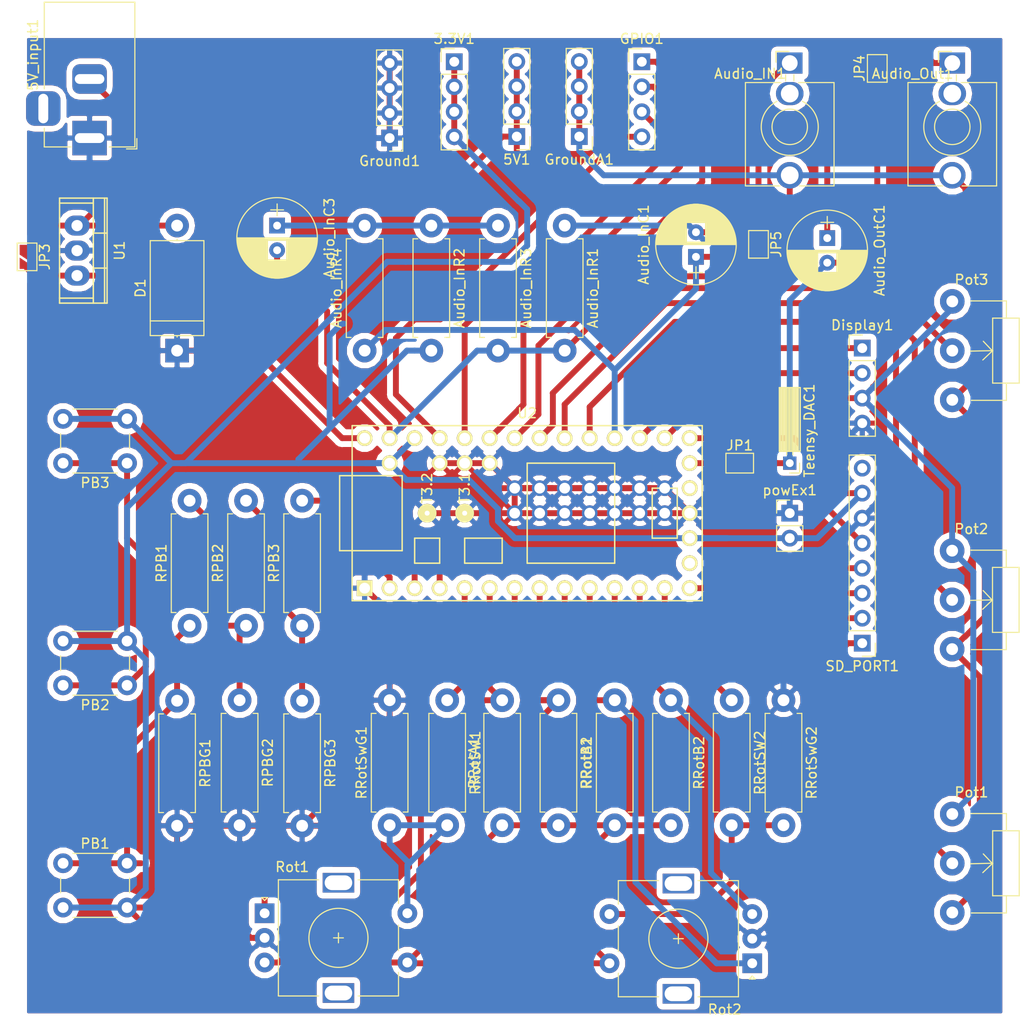
<source format=kicad_pcb>
(kicad_pcb (version 20171130) (host pcbnew "(5.0.1-3-g963ef8bb5)")
  (layers (0 F.Cu signal) (31 B.Cu signal hide) (34 B.Paste user) (35 F.Paste user) (36 B.SilkS user) (37 F.SilkS user hide) (38 B.Mask user) (39 F.Mask user) (44 Edge.Cuts user))
  (net 0 "")
  (net 1 +3V3)
  (net 2 +5V)
  (net 3 GND)
  (net 4 "Net-(5V_input1-Pad2)")
  (net 5 GNDA)
  (net 6 "Net-(Audio_IN1-PadS)")
  (net 7 AUDIO_IN)
  (net 8 "Net-(Audio_InC3-Pad1)")
  (net 9 DIO_DISP)
  (net 10 CLK_DISP)
  (net 11 GPIO4)
  (net 12 GPIO3)
  (net 13 GPIO2)
  (net 14 GPIO1)
  (net 15 "Net-(PB1-Pad1)")
  (net 16 "Net-(PB2-Pad1)")
  (net 17 "Net-(PB3-Pad1)")
  (net 18 Pot1)
  (net 19 Pot2)
  (net 20 Pot3)
  (net 21 "Net-(RRotSW1-Pad2)")
  (net 22 Rot_DT)
  (net 23 Rot_CLK)
  (net 24 Rot_CLK2)
  (net 25 Rot_DT2)
  (net 26 "Net-(RRotSW2-Pad2)")
  (net 27 PB_1)
  (net 28 PB_2)
  (net 29 PB_3)
  (net 30 Rot_SW)
  (net 31 Rot_SW2)
  (net 32 CSK)
  (net 33 DO)
  (net 34 DI)
  (net 35 CS)
  (net 36 SD)
  (net 37 "Net-(Audio_Out1-PadS)")
  (net 38 "Net-(Audio_OutC1-Pad2)")
  (net 39 "Net-(SD_PORT1-Pad8)")
  (net 40 DAC)
  (net 41 "Net-(U2-Pad18)")
  (net 42 "Net-(U2-Pad15)")
  (module Resistors_THT:R_Axial_DIN0411_L9.9mm_D3.6mm_P12.70mm_Horizontal (layer F.Cu) (at 33.02 95.25 270)
    (fp_text reference RPBG1 (at 6.35 -2.86 270) (layer F.SilkS))
    (fp_text value 10k)
    (pad 1 thru_hole circle (at 0 0 270) (size 2.4 2.4) (drill 1.2) (layers *.Cu *.Mask) (net 15 "Net-(PB1-Pad1)"))
    (pad 2 thru_hole oval (at 12.7 0 270) (size 2.4 2.4) (drill 1.2) (layers *.Cu *.Mask) (net 3 GND))
  )
  (module Rotary_Encoder:RotaryEncoder_Alps_EC11E-Switch_Vertical_H20mm (layer F.Cu) (at 91.44 121.92 180)
    (fp_text reference Rot2 (at 2.8 -4.7 180) (layer F.SilkS))
    (fp_text value Rotary)
    (pad A thru_hole rect (at 0 0 180) (size 2 2) (drill 1) (layers *.Cu *.Mask) (net 24 Rot_CLK2))
    (pad C thru_hole circle (at 0 2.5 180) (size 2 2) (drill 1) (layers *.Cu *.Mask) (net 3 GND))
    (pad B thru_hole circle (at 0 5 180) (size 2 2) (drill 1) (layers *.Cu *.Mask) (net 25 Rot_DT2))
    (pad MP thru_hole rect (at 7.5 -3.1 180) (size 3.2 2) (drill oval 2.8 1.5) (layers *.Cu *.Mask))
    (pad MP thru_hole rect (at 7.5 8.1 180) (size 3.2 2) (drill oval 2.8 1.5) (layers *.Cu *.Mask))
    (pad S2 thru_hole circle (at 14.5 0 180) (size 2 2) (drill 1) (layers *.Cu *.Mask) (net 1 +3V3))
    (pad S1 thru_hole circle (at 14.5 5 180) (size 2 2) (drill 1) (layers *.Cu *.Mask) (net 26 "Net-(RRotSW2-Pad2)"))
  )
  (module Buttons_Switches_THT:SW_PUSH_6mm_h4.3mm (layer F.Cu) (at 27.94 71.12 180)
    (fp_text reference PB3 (at 3.25 -2 180) (layer F.SilkS))
    (fp_text value SW_Push)
    (pad 1 thru_hole circle (at 6.5 0 270) (size 2 2) (drill 1.1) (layers *.Cu *.Mask) (net 17 "Net-(PB3-Pad1)"))
    (pad 2 thru_hole circle (at 6.5 4.5 270) (size 2 2) (drill 1.1) (layers *.Cu *.Mask) (net 1 +3V3))
    (pad 1 thru_hole circle (at 0 0 270) (size 2 2) (drill 1.1) (layers *.Cu *.Mask) (net 17 "Net-(PB3-Pad1)"))
    (pad 2 thru_hole circle (at 0 4.5 270) (size 2 2) (drill 1.1) (layers *.Cu *.Mask) (net 1 +3V3))
  )
  (module Jumper:SolderJumper-2_P1.3mm_Open_TrianglePad1.0x1.5mm (layer F.Cu) (at 104.14 31.025 90)
    (fp_text reference JP4 (at 0 -1.8 90) (layer F.SilkS))
    (fp_text value Jumper_NO_Small)
    (pad 2 smd custom (at 0.725 0 90) (size 0.3 0.3) (layers F.Cu F.Mask) (net 37 "Net-(Audio_Out1-PadS)") (options (clearance outline) (anchor rect)) (primitives (gr_poly (pts (xy -0.65 -0.75) (xy 0.5 -0.75) (xy 0.5 0.75) (xy -0.65 0.75) (xy -0.15 0)) (width 0))))
    (pad 1 smd custom (at -0.725 0 90) (size 0.3 0.3) (layers F.Cu F.Mask) (net 38 "Net-(Audio_OutC1-Pad2)") (options (clearance outline) (anchor rect)) (primitives (gr_poly (pts (xy -0.5 -0.75) (xy 0.5 -0.75) (xy 1 0) (xy 0.5 0.75) (xy -0.5 0.75)) (width 0))))
  )
  (module Capacitors_THT:CP_Radial_D8.0mm_P2.50mm (layer F.Cu) (at 85.725 50.165 90)
    (fp_text reference Audio_InC1 (at 1.25 -5.31 90) (layer F.SilkS))
    (fp_text value 10uf)
    (pad 2 thru_hole circle (at 2.5 0 90) (size 1.6 1.6) (drill 0.8) (layers *.Cu *.Mask) (net 6 "Net-(Audio_IN1-PadS)"))
    (pad 1 thru_hole rect (at 0 0 90) (size 1.6 1.6) (drill 0.8) (layers *.Cu *.Mask) (net 7 AUDIO_IN))
  )
  (module Connector_BarrelJack:BarrelJack_Horizontal (layer F.Cu) (at 24.13 38.1 270)
    (fp_text reference 5V_input1 (at -8.45 5.75 270) (layer F.SilkS))
    (fp_text value Jack-DC)
    (pad 1 thru_hole rect (at 0 0 270) (size 3.5 3.5) (drill oval 1 3) (layers *.Cu *.Mask) (net 3 GND))
    (pad 2 thru_hole roundrect (at -6 0 270) (size 3 3.5) (drill oval 1 3) (layers *.Cu *.Mask) (net 4 "Net-(5V_input1-Pad2)"))
    (pad 3 thru_hole roundrect (at -3 4.7 270) (size 3.5 3.5) (drill oval 3 1) (layers *.Cu *.Mask))
  )
  (module Connector_Audio:Jack_3.5mm_QingPu_WQP-PJ398SM_Vertical_CircularHoles (layer F.Cu) (at 95.25 30.48)
    (fp_text reference Audio_IN1 (at -4.03 1.08 -180) (layer F.SilkS))
    (fp_text value AudioJack2_Ground)
    (pad T thru_hole circle (at 0 11.4 180) (size 2.7 2.7) (drill 1.8) (layers *.Cu *.Mask) (net 5 GNDA))
    (pad S thru_hole rect (at 0 0 180) (size 2.6 2.15) (drill 1.6) (layers *.Cu *.Mask) (net 6 "Net-(Audio_IN1-PadS)"))
    (pad TN thru_hole oval (at 0 3.1 180) (size 2.8 2.35) (drill 1.8) (layers *.Cu *.Mask))
  )
  (module Connector_Audio:Jack_3.5mm_QingPu_WQP-PJ398SM_Vertical_CircularHoles (layer F.Cu) (at 111.76 30.48)
    (fp_text reference Audio_Out1 (at -4.03 1.08 -180) (layer F.SilkS))
    (fp_text value AudioJack2_Ground)
    (pad TN thru_hole oval (at 0 3.1 180) (size 2.8 2.35) (drill 1.8) (layers *.Cu *.Mask))
    (pad S thru_hole rect (at 0 0 180) (size 2.6 2.15) (drill 1.6) (layers *.Cu *.Mask) (net 37 "Net-(Audio_Out1-PadS)"))
    (pad T thru_hole circle (at 0 11.4 180) (size 2.7 2.7) (drill 1.8) (layers *.Cu *.Mask) (net 5 GNDA))
  )
  (module Diodes_THT:D_DO-27_P12.70mm_Horizontal (layer F.Cu) (at 33.02 59.69 90)
    (fp_text reference D1 (at 6.35 -3.725 90) (layer F.SilkS))
    (fp_text value DIODE)
    (pad 2 thru_hole oval (at 12.7 0 90) (size 2.4 2.4) (drill 1.2) (layers *.Cu *.Mask) (net 4 "Net-(5V_input1-Pad2)"))
    (pad 1 thru_hole rect (at 0 0 90) (size 2.4 2.4) (drill 1.2) (layers *.Cu *.Mask) (net 3 GND))
  )
  (module Jumper:SolderJumper-2_P1.3mm_Open_TrianglePad1.0x1.5mm (layer F.Cu) (at 92.075 48.895 270)
    (fp_text reference JP5 (at 0 -1.8 270) (layer F.SilkS))
    (fp_text value Jumper_NO_Small)
    (pad 2 smd custom (at 0.725 0 270) (size 0.3 0.3) (layers F.Cu F.Mask) (net 7 AUDIO_IN) (options (clearance outline) (anchor rect)) (primitives (gr_poly (pts (xy -0.65 -0.75) (xy 0.5 -0.75) (xy 0.5 0.75) (xy -0.65 0.75) (xy -0.15 0)) (width 0))))
    (pad 1 smd custom (at -0.725 0 270) (size 0.3 0.3) (layers F.Cu F.Mask) (net 6 "Net-(Audio_IN1-PadS)") (options (clearance outline) (anchor rect)) (primitives (gr_poly (pts (xy -0.5 -0.75) (xy 0.5 -0.75) (xy 1 0) (xy 0.5 0.75) (xy -0.5 0.75)) (width 0))))
  )
  (module Buttons_Switches_THT:SW_PUSH_6mm_h4.3mm (layer F.Cu) (at 21.44 111.76)
    (fp_text reference PB1 (at 3.25 -2) (layer F.SilkS))
    (fp_text value SW_Push)
    (pad 1 thru_hole circle (at 6.5 0 90) (size 2 2) (drill 1.1) (layers *.Cu *.Mask) (net 15 "Net-(PB1-Pad1)"))
    (pad 2 thru_hole circle (at 6.5 4.5 90) (size 2 2) (drill 1.1) (layers *.Cu *.Mask) (net 1 +3V3))
    (pad 1 thru_hole circle (at 0 0 90) (size 2 2) (drill 1.1) (layers *.Cu *.Mask) (net 15 "Net-(PB1-Pad1)"))
    (pad 2 thru_hole circle (at 0 4.5 90) (size 2 2) (drill 1.1) (layers *.Cu *.Mask) (net 1 +3V3))
  )
  (module Buttons_Switches_THT:SW_PUSH_6mm_h4.3mm (layer F.Cu) (at 27.94 93.69 180)
    (fp_text reference PB2 (at 3.25 -2 180) (layer F.SilkS))
    (fp_text value SW_Push)
    (pad 2 thru_hole circle (at 0 4.5 270) (size 2 2) (drill 1.1) (layers *.Cu *.Mask) (net 1 +3V3))
    (pad 1 thru_hole circle (at 0 0 270) (size 2 2) (drill 1.1) (layers *.Cu *.Mask) (net 16 "Net-(PB2-Pad1)"))
    (pad 2 thru_hole circle (at 6.5 4.5 270) (size 2 2) (drill 1.1) (layers *.Cu *.Mask) (net 1 +3V3))
    (pad 1 thru_hole circle (at 6.5 0 270) (size 2 2) (drill 1.1) (layers *.Cu *.Mask) (net 16 "Net-(PB2-Pad1)"))
  )
  (module Potentiometers:Potentiometer_WirePads_largePads (layer F.Cu) (at 111.76 106.76)
    (fp_text reference Pot1 (at 1.95 -2.2) (layer F.SilkS))
    (fp_text value R_POT)
    (pad 1 thru_hole circle (at 0 0) (size 2.5 2.5) (drill 1.2) (layers *.Cu *.Mask) (net 1 +3V3))
    (pad 3 thru_hole circle (at 0 10) (size 2.5 2.5) (drill 1.2) (layers *.Cu *.Mask) (net 5 GNDA))
    (pad 2 thru_hole circle (at 0 5) (size 2.5 2.5) (drill 1.2) (layers *.Cu *.Mask) (net 18 Pot1))
  )
  (module Potentiometers:Potentiometer_WirePads_largePads (layer F.Cu) (at 111.745 80.01)
    (fp_text reference Pot2 (at 1.95 -2.2) (layer F.SilkS))
    (fp_text value R_POT)
    (pad 1 thru_hole circle (at 0 0) (size 2.5 2.5) (drill 1.2) (layers *.Cu *.Mask) (net 1 +3V3))
    (pad 3 thru_hole circle (at 0 10) (size 2.5 2.5) (drill 1.2) (layers *.Cu *.Mask) (net 5 GNDA))
    (pad 2 thru_hole circle (at 0 5) (size 2.5 2.5) (drill 1.2) (layers *.Cu *.Mask) (net 19 Pot2))
  )
  (module Potentiometers:Potentiometer_WirePads_largePads (layer F.Cu) (at 111.76 54.69)
    (fp_text reference Pot3 (at 1.95 -2.2) (layer F.SilkS))
    (fp_text value R_POT)
    (pad 2 thru_hole circle (at 0 5) (size 2.5 2.5) (drill 1.2) (layers *.Cu *.Mask) (net 20 Pot3))
    (pad 3 thru_hole circle (at 0 10) (size 2.5 2.5) (drill 1.2) (layers *.Cu *.Mask) (net 5 GNDA))
    (pad 1 thru_hole circle (at 0 0) (size 2.5 2.5) (drill 1.2) (layers *.Cu *.Mask) (net 1 +3V3))
  )
  (module Rotary_Encoder:RotaryEncoder_Alps_EC11E-Switch_Vertical_H20mm (layer F.Cu) (at 41.91 116.84)
    (fp_text reference Rot1 (at 2.8 -4.7) (layer F.SilkS))
    (fp_text value Rotary)
    (pad S1 thru_hole circle (at 14.5 5) (size 2 2) (drill 1) (layers *.Cu *.Mask) (net 1 +3V3))
    (pad S2 thru_hole circle (at 14.5 0) (size 2 2) (drill 1) (layers *.Cu *.Mask) (net 21 "Net-(RRotSW1-Pad2)"))
    (pad MP thru_hole rect (at 7.5 8.1) (size 3.2 2) (drill oval 2.8 1.5) (layers *.Cu *.Mask))
    (pad MP thru_hole rect (at 7.5 -3.1) (size 3.2 2) (drill oval 2.8 1.5) (layers *.Cu *.Mask))
    (pad B thru_hole circle (at 0 5) (size 2 2) (drill 1) (layers *.Cu *.Mask) (net 22 Rot_DT))
    (pad C thru_hole circle (at 0 2.5) (size 2 2) (drill 1) (layers *.Cu *.Mask) (net 3 GND))
    (pad A thru_hole rect (at 0 0) (size 2 2) (drill 1) (layers *.Cu *.Mask) (net 23 Rot_CLK))
  )
  (module teensy:Teensy30_31_32_LC (layer F.Cu) (at 68.58 76.2)
    (fp_text reference U2 (at 0 -10.16) (layer F.SilkS))
    (fp_text value Teensy3.2)
    (fp_text user T3.2 (at -10.16 -2.54 90) (layer F.SilkS))
    (fp_text user T3.1 (at -6.35 -2.54 90) (layer F.SilkS))
    (pad 17 thru_hole circle (at 16.51 0) (size 1.6 1.6) (drill 1.1) (layers *.Cu *.Mask F.SilkS) (net 3 GND))
    (pad 18 thru_hole circle (at 16.51 -2.54) (size 1.6 1.6) (drill 1.1) (layers *.Cu *.Mask F.SilkS) (net 41 "Net-(U2-Pad18)"))
    (pad 19 thru_hole circle (at 16.51 -5.08) (size 1.6 1.6) (drill 1.1) (layers *.Cu *.Mask F.SilkS) (net 40 DAC))
    (pad 20 thru_hole circle (at 16.51 -7.62) (size 1.6 1.6) (drill 1.1) (layers *.Cu *.Mask F.SilkS) (net 32 CSK))
    (pad 16 thru_hole circle (at 16.51 2.54) (size 1.6 1.6) (drill 1.1) (layers *.Cu *.Mask F.SilkS) (net 1 +3V3))
    (pad 15 thru_hole circle (at 16.51 5.08) (size 1.6 1.6) (drill 1.1) (layers *.Cu *.Mask F.SilkS) (net 42 "Net-(U2-Pad15)"))
    (pad 14 thru_hole circle (at 16.51 7.62) (size 1.6 1.6) (drill 1.1) (layers *.Cu *.Mask F.SilkS) (net 33 DO))
    (pad 21 thru_hole circle (at 13.97 -7.62) (size 1.6 1.6) (drill 1.1) (layers *.Cu *.Mask F.SilkS) (net 9 DIO_DISP))
    (pad 22 thru_hole circle (at 11.43 -7.62) (size 1.6 1.6) (drill 1.1) (layers *.Cu *.Mask F.SilkS) (net 10 CLK_DISP))
    (pad 23 thru_hole circle (at 8.89 -7.62) (size 1.6 1.6) (drill 1.1) (layers *.Cu *.Mask F.SilkS) (net 7 AUDIO_IN))
    (pad 24 thru_hole circle (at 6.35 -7.62) (size 1.6 1.6) (drill 1.1) (layers *.Cu *.Mask F.SilkS) (net 18 Pot1))
    (pad 25 thru_hole circle (at 3.81 -7.62) (size 1.6 1.6) (drill 1.1) (layers *.Cu *.Mask F.SilkS) (net 19 Pot2))
    (pad 26 thru_hole circle (at 1.27 -7.62) (size 1.6 1.6) (drill 1.1) (layers *.Cu *.Mask F.SilkS) (net 20 Pot3))
    (pad 27 thru_hole circle (at -1.27 -7.62) (size 1.6 1.6) (drill 1.1) (layers *.Cu *.Mask F.SilkS) (net 14 GPIO1))
    (pad 28 thru_hole circle (at -3.81 -7.62) (size 1.6 1.6) (drill 1.1) (layers *.Cu *.Mask F.SilkS) (net 13 GPIO2))
    (pad 29 thru_hole circle (at -6.35 -7.62) (size 1.6 1.6) (drill 1.1) (layers *.Cu *.Mask F.SilkS) (net 12 GPIO3))
    (pad 30 thru_hole circle (at -8.89 -7.62) (size 1.6 1.6) (drill 1.1) (layers *.Cu *.Mask F.SilkS) (net 11 GPIO4))
    (pad 31 thru_hole circle (at -11.43 -7.62) (size 1.6 1.6) (drill 1.1) (layers *.Cu *.Mask F.SilkS) (net 1 +3V3))
    (pad 32 thru_hole circle (at -13.97 -7.62) (size 1.6 1.6) (drill 1.1) (layers *.Cu *.Mask F.SilkS) (net 5 GNDA))
    (pad 33 thru_hole circle (at -16.51 -7.62) (size 1.6 1.6) (drill 1.1) (layers *.Cu *.Mask F.SilkS) (net 2 +5V))
    (pad 34 thru_hole circle (at -13.97 -5.08) (size 1.6 1.6) (drill 1.1) (layers *.Cu *.Mask F.SilkS) (net 1 +3V3))
    (pad 35 thru_hole circle (at -8.89 -5.08) (size 1.6 1.6) (drill 1.1) (layers *.Cu *.Mask F.SilkS) (net 3 GND))
    (pad 36 thru_hole circle (at -6.35 -5.08) (size 1.6 1.6) (drill 1.1) (layers *.Cu *.Mask F.SilkS) (net 3 GND))
    (pad 37 thru_hole circle (at -3.81 -5.08) (size 1.6 1.6) (drill 1.1) (layers *.Cu *.Mask F.SilkS) (net 3 GND))
    (pad 13 thru_hole circle (at 13.97 7.62) (size 1.6 1.6) (drill 1.1) (layers *.Cu *.Mask F.SilkS) (net 34 DI))
    (pad 12 thru_hole circle (at 11.43 7.62) (size 1.6 1.6) (drill 1.1) (layers *.Cu *.Mask F.SilkS) (net 35 CS))
    (pad 11 thru_hole circle (at 8.89 7.62) (size 1.6 1.6) (drill 1.1) (layers *.Cu *.Mask F.SilkS) (net 36 SD))
    (pad 10 thru_hole circle (at 6.35 7.62) (size 1.6 1.6) (drill 1.1) (layers *.Cu *.Mask F.SilkS) (net 31 Rot_SW2))
    (pad 9 thru_hole circle (at 3.81 7.62) (size 1.6 1.6) (drill 1.1) (layers *.Cu *.Mask F.SilkS) (net 25 Rot_DT2))
    (pad 8 thru_hole circle (at 1.27 7.62) (size 1.6 1.6) (drill 1.1) (layers *.Cu *.Mask F.SilkS) (net 24 Rot_CLK2))
    (pad 7 thru_hole circle (at -1.27 7.62) (size 1.6 1.6) (drill 1.1) (layers *.Cu *.Mask F.SilkS) (net 22 Rot_DT))
    (pad 6 thru_hole circle (at -3.81 7.62) (size 1.6 1.6) (drill 1.1) (layers *.Cu *.Mask F.SilkS) (net 23 Rot_CLK))
    (pad 5 thru_hole circle (at -6.35 7.62) (size 1.6 1.6) (drill 1.1) (layers *.Cu *.Mask F.SilkS) (net 30 Rot_SW))
    (pad 4 thru_hole circle (at -8.89 7.62) (size 1.6 1.6) (drill 1.1) (layers *.Cu *.Mask F.SilkS) (net 29 PB_3))
    (pad 3 thru_hole circle (at -11.43 7.62) (size 1.6 1.6) (drill 1.1) (layers *.Cu *.Mask F.SilkS) (net 28 PB_2))
    (pad 2 thru_hole circle (at -13.97 7.62) (size 1.6 1.6) (drill 1.1) (layers *.Cu *.Mask F.SilkS) (net 27 PB_1))
    (pad 1 thru_hole rect (at -16.51 7.62) (size 1.6 1.6) (drill 1.1) (layers *.Cu *.Mask F.SilkS) (net 3 GND))
    (pad 38 thru_hole circle (at -1.27 0) (size 1.6 1.6) (drill 1.1) (layers *.Cu *.Mask) (net 3 GND))
    (pad 39 thru_hole circle (at 1.27 0) (size 1.6 1.6) (drill 1.1) (layers *.Cu *.Mask) (net 3 GND))
    (pad 40 thru_hole circle (at 3.81 0) (size 1.6 1.6) (drill 1.1) (layers *.Cu *.Mask) (net 3 GND))
    (pad 41 thru_hole circle (at 6.35 0) (size 1.6 1.6) (drill 1.1) (layers *.Cu *.Mask) (net 3 GND))
    (pad 42 thru_hole circle (at 8.89 0) (size 1.6 1.6) (drill 1.1) (layers *.Cu *.Mask) (net 3 GND))
    (pad 43 thru_hole circle (at 11.43 0) (size 1.6 1.6) (drill 1.1) (layers *.Cu *.Mask) (net 3 GND))
    (pad 44 thru_hole circle (at 13.97 0) (size 1.6 1.6) (drill 1.1) (layers *.Cu *.Mask) (net 3 GND))
    (pad 45 thru_hole circle (at 13.97 -2.54) (size 1.6 1.6) (drill 1.1) (layers *.Cu *.Mask) (net 3 GND))
    (pad 46 thru_hole circle (at 11.43 -2.54) (size 1.6 1.6) (drill 1.1) (layers *.Cu *.Mask) (net 3 GND))
    (pad 47 thru_hole circle (at 8.89 -2.54) (size 1.6 1.6) (drill 1.1) (layers *.Cu *.Mask) (net 3 GND))
    (pad 48 thru_hole circle (at 6.35 -2.54) (size 1.6 1.6) (drill 1.1) (layers *.Cu *.Mask) (net 3 GND))
    (pad 49 thru_hole circle (at 3.81 -2.54) (size 1.6 1.6) (drill 1.1) (layers *.Cu *.Mask) (net 3 GND))
    (pad 50 thru_hole circle (at 1.27 -2.54) (size 1.6 1.6) (drill 1.1) (layers *.Cu *.Mask) (net 3 GND))
    (pad 51 thru_hole circle (at -1.27 -2.54) (size 1.6 1.6) (drill 1.1) (layers *.Cu *.Mask) (net 3 GND))
    (pad 52 thru_hole circle (at -6.35 0) (size 1.9 1.9) (drill 0.5) (layers *.Cu *.Mask F.SilkS) (net 3 GND))
    (pad 52 thru_hole circle (at -10.16 0) (size 1.9 1.9) (drill 0.5) (layers *.Cu *.Mask F.SilkS) (net 3 GND))
  )
  (module Power_Integrations:TO-220 (layer F.Cu) (at 22.86 49.53 270)
    (fp_text reference U1 (at 0 -4.318 270) (layer F.SilkS))
    (fp_text value LM7805_TO220)
    (pad 1 thru_hole oval (at -2.54 0 270) (size 2.032 2.54) (drill 1.143) (layers *.Cu *.Mask) (net 4 "Net-(5V_input1-Pad2)"))
    (pad 3 thru_hole oval (at 2.54 0 270) (size 2.032 2.54) (drill 1.143) (layers *.Cu *.Mask) (net 2 +5V))
    (pad 2 thru_hole oval (at 0 0 270) (size 2.032 2.54) (drill 1.143) (layers *.Cu *.Mask) (net 3 GND))
  )
  (module Pin_Headers:Pin_Header_Straight_1x04_Pitch2.54mm (layer F.Cu) (at 61.173417 30.348308)
    (fp_text reference 3.3V1 (at 0 -2.33) (layer F.SilkS))
    (fp_text value Conn_01x04_Female)
    (pad 4 thru_hole oval (at 0 7.62) (size 1.7 1.7) (drill 1) (layers *.Cu *.Mask) (net 1 +3V3))
    (pad 3 thru_hole oval (at 0 5.08) (size 1.7 1.7) (drill 1) (layers *.Cu *.Mask) (net 1 +3V3))
    (pad 2 thru_hole oval (at 0 2.54) (size 1.7 1.7) (drill 1) (layers *.Cu *.Mask) (net 1 +3V3))
    (pad 1 thru_hole rect (at 0 0) (size 1.7 1.7) (drill 1) (layers *.Cu *.Mask) (net 1 +3V3))
  )
  (module Pin_Headers:Pin_Header_Straight_1x04_Pitch2.54mm (layer F.Cu) (at 67.523417 37.948308 180)
    (fp_text reference 5V1 (at 0 -2.33 180) (layer F.SilkS))
    (fp_text value Conn_01x04_Female)
    (pad 1 thru_hole rect (at 0 0 180) (size 1.7 1.7) (drill 1) (layers *.Cu *.Mask) (net 2 +5V))
    (pad 2 thru_hole oval (at 0 2.54 180) (size 1.7 1.7) (drill 1) (layers *.Cu *.Mask) (net 2 +5V))
    (pad 3 thru_hole oval (at 0 5.08 180) (size 1.7 1.7) (drill 1) (layers *.Cu *.Mask) (net 2 +5V))
    (pad 4 thru_hole oval (at 0 7.62 180) (size 1.7 1.7) (drill 1) (layers *.Cu *.Mask) (net 2 +5V))
  )
  (module Pin_Headers:Pin_Header_Straight_1x04_Pitch2.54mm (layer F.Cu) (at 102.616 59.436)
    (fp_text reference Display1 (at 0 -2.33) (layer F.SilkS))
    (fp_text value Conn_01x04_Female)
    (pad 1 thru_hole rect (at 0 0) (size 1.7 1.7) (drill 1) (layers *.Cu *.Mask) (net 10 CLK_DISP))
    (pad 2 thru_hole oval (at 0 2.54) (size 1.7 1.7) (drill 1) (layers *.Cu *.Mask) (net 9 DIO_DISP))
    (pad 3 thru_hole oval (at 0 5.08) (size 1.7 1.7) (drill 1) (layers *.Cu *.Mask) (net 1 +3V3))
    (pad 4 thru_hole oval (at 0 7.62) (size 1.7 1.7) (drill 1) (layers *.Cu *.Mask) (net 3 GND))
  )
  (module Pin_Headers:Pin_Header_Straight_1x04_Pitch2.54mm (layer F.Cu) (at 80.223417 30.348308)
    (fp_text reference GPIO1 (at 0 -2.33) (layer F.SilkS))
    (fp_text value Conn_01x04_Female)
    (pad 1 thru_hole rect (at 0 0) (size 1.7 1.7) (drill 1) (layers *.Cu *.Mask) (net 14 GPIO1))
    (pad 2 thru_hole oval (at 0 2.54) (size 1.7 1.7) (drill 1) (layers *.Cu *.Mask) (net 13 GPIO2))
    (pad 3 thru_hole oval (at 0 5.08) (size 1.7 1.7) (drill 1) (layers *.Cu *.Mask) (net 12 GPIO3))
    (pad 4 thru_hole oval (at 0 7.62) (size 1.7 1.7) (drill 1) (layers *.Cu *.Mask) (net 11 GPIO4))
  )
  (module Pin_Headers:Pin_Header_Straight_1x04_Pitch2.54mm (layer F.Cu) (at 54.61 38.1 180)
    (fp_text reference Ground1 (at 0 -2.33 180) (layer F.SilkS))
    (fp_text value Conn_01x04_Female)
    (pad 4 thru_hole oval (at 0 7.62 180) (size 1.7 1.7) (drill 1) (layers *.Cu *.Mask) (net 3 GND))
    (pad 3 thru_hole oval (at 0 5.08 180) (size 1.7 1.7) (drill 1) (layers *.Cu *.Mask) (net 3 GND))
    (pad 2 thru_hole oval (at 0 2.54 180) (size 1.7 1.7) (drill 1) (layers *.Cu *.Mask) (net 3 GND))
    (pad 1 thru_hole rect (at 0 0 180) (size 1.7 1.7) (drill 1) (layers *.Cu *.Mask) (net 3 GND))
  )
  (module Pin_Headers:Pin_Header_Straight_1x04_Pitch2.54mm (layer F.Cu) (at 73.873417 37.948308 180)
    (fp_text reference GroundA1 (at 0 -2.33 180) (layer F.SilkS))
    (fp_text value Conn_01x04_Female)
    (pad 4 thru_hole oval (at 0 7.62 180) (size 1.7 1.7) (drill 1) (layers *.Cu *.Mask) (net 5 GNDA))
    (pad 3 thru_hole oval (at 0 5.08 180) (size 1.7 1.7) (drill 1) (layers *.Cu *.Mask) (net 5 GNDA))
    (pad 2 thru_hole oval (at 0 2.54 180) (size 1.7 1.7) (drill 1) (layers *.Cu *.Mask) (net 5 GNDA))
    (pad 1 thru_hole rect (at 0 0 180) (size 1.7 1.7) (drill 1) (layers *.Cu *.Mask) (net 5 GNDA))
  )
  (module Resistors_THT:R_Axial_DIN0411_L9.9mm_D3.6mm_P12.70mm_Horizontal (layer F.Cu) (at 34.29 87.63 90)
    (fp_text reference RPB1 (at 6.35 -2.86 90) (layer F.SilkS))
    (fp_text value 220R)
    (pad 2 thru_hole oval (at 12.7 0 90) (size 2.4 2.4) (drill 1.2) (layers *.Cu *.Mask) (net 27 PB_1))
    (pad 1 thru_hole circle (at 0 0 90) (size 2.4 2.4) (drill 1.2) (layers *.Cu *.Mask) (net 15 "Net-(PB1-Pad1)"))
  )
  (module Resistors_THT:R_Axial_DIN0411_L9.9mm_D3.6mm_P12.70mm_Horizontal (layer F.Cu) (at 40.023789 87.63 90)
    (fp_text reference RPB2 (at 6.35 -2.86 90) (layer F.SilkS))
    (fp_text value 220R)
    (pad 2 thru_hole oval (at 12.7 0 90) (size 2.4 2.4) (drill 1.2) (layers *.Cu *.Mask) (net 28 PB_2))
    (pad 1 thru_hole circle (at 0 0 90) (size 2.4 2.4) (drill 1.2) (layers *.Cu *.Mask) (net 16 "Net-(PB2-Pad1)"))
  )
  (module Resistors_THT:R_Axial_DIN0411_L9.9mm_D3.6mm_P12.70mm_Horizontal (layer F.Cu) (at 45.72 87.63 90)
    (fp_text reference RPB3 (at 6.35 -2.86 90) (layer F.SilkS))
    (fp_text value 220R)
    (pad 2 thru_hole oval (at 12.7 0 90) (size 2.4 2.4) (drill 1.2) (layers *.Cu *.Mask) (net 29 PB_3))
    (pad 1 thru_hole circle (at 0 0 90) (size 2.4 2.4) (drill 1.2) (layers *.Cu *.Mask) (net 17 "Net-(PB3-Pad1)"))
  )
  (module Resistors_THT:R_Axial_DIN0411_L9.9mm_D3.6mm_P12.70mm_Horizontal (layer F.Cu) (at 39.37 95.2 270)
    (fp_text reference RPBG2 (at 6.35 -2.86 270) (layer F.SilkS))
    (fp_text value 10k)
    (pad 1 thru_hole circle (at 0 0 270) (size 2.4 2.4) (drill 1.2) (layers *.Cu *.Mask) (net 16 "Net-(PB2-Pad1)"))
    (pad 2 thru_hole oval (at 12.7 0 270) (size 2.4 2.4) (drill 1.2) (layers *.Cu *.Mask) (net 3 GND))
  )
  (module Resistors_THT:R_Axial_DIN0411_L9.9mm_D3.6mm_P12.70mm_Horizontal (layer F.Cu) (at 45.72 95.25 270)
    (fp_text reference RPBG3 (at 6.35 -2.86 270) (layer F.SilkS))
    (fp_text value 10k)
    (pad 1 thru_hole circle (at 0 0 270) (size 2.4 2.4) (drill 1.2) (layers *.Cu *.Mask) (net 17 "Net-(PB3-Pad1)"))
    (pad 2 thru_hole oval (at 12.7 0 270) (size 2.4 2.4) (drill 1.2) (layers *.Cu *.Mask) (net 3 GND))
  )
  (module Resistors_THT:R_Axial_DIN0411_L9.9mm_D3.6mm_P12.70mm_Horizontal (layer F.Cu) (at 66.04 107.9 90)
    (fp_text reference RRotA1 (at 6.35 -2.86 90) (layer F.SilkS))
    (fp_text value 10k)
    (pad 1 thru_hole circle (at 0 0 90) (size 2.4 2.4) (drill 1.2) (layers *.Cu *.Mask) (net 1 +3V3))
    (pad 2 thru_hole oval (at 12.7 0 90) (size 2.4 2.4) (drill 1.2) (layers *.Cu *.Mask) (net 23 Rot_CLK))
  )
  (module Resistors_THT:R_Axial_DIN0411_L9.9mm_D3.6mm_P12.70mm_Horizontal (layer F.Cu) (at 77.47 107.9 90)
    (fp_text reference RRotA2 (at 6.35 -2.86 90) (layer F.SilkS))
    (fp_text value 10k)
    (pad 2 thru_hole oval (at 12.7 0 90) (size 2.4 2.4) (drill 1.2) (layers *.Cu *.Mask) (net 24 Rot_CLK2))
    (pad 1 thru_hole circle (at 0 0 90) (size 2.4 2.4) (drill 1.2) (layers *.Cu *.Mask) (net 1 +3V3))
  )
  (module Resistors_THT:R_Axial_DIN0411_L9.9mm_D3.6mm_P12.70mm_Horizontal (layer F.Cu) (at 71.755 95.2 270)
    (fp_text reference RRotB1 (at 6.35 -2.86 270) (layer F.SilkS))
    (fp_text value 10k)
    (pad 2 thru_hole oval (at 12.7 0 270) (size 2.4 2.4) (drill 1.2) (layers *.Cu *.Mask) (net 1 +3V3))
    (pad 1 thru_hole circle (at 0 0 270) (size 2.4 2.4) (drill 1.2) (layers *.Cu *.Mask) (net 22 Rot_DT))
  )
  (module Resistors_THT:R_Axial_DIN0411_L9.9mm_D3.6mm_P12.70mm_Horizontal (layer F.Cu) (at 83.185 95.2 270)
    (fp_text reference RRotB2 (at 6.35 -2.86 270) (layer F.SilkS))
    (fp_text value 10k)
    (pad 1 thru_hole circle (at 0 0 270) (size 2.4 2.4) (drill 1.2) (layers *.Cu *.Mask) (net 25 Rot_DT2))
    (pad 2 thru_hole oval (at 12.7 0 270) (size 2.4 2.4) (drill 1.2) (layers *.Cu *.Mask) (net 1 +3V3))
  )
  (module Resistors_THT:R_Axial_DIN0411_L9.9mm_D3.6mm_P12.70mm_Horizontal (layer F.Cu) (at 60.455628 95.2 270)
    (fp_text reference RRotSW1 (at 6.35 -2.86 270) (layer F.SilkS))
    (fp_text value 220R)
    (pad 2 thru_hole oval (at 12.7 0 270) (size 2.4 2.4) (drill 1.2) (layers *.Cu *.Mask) (net 21 "Net-(RRotSW1-Pad2)"))
    (pad 1 thru_hole circle (at 0 0 270) (size 2.4 2.4) (drill 1.2) (layers *.Cu *.Mask) (net 30 Rot_SW))
  )
  (module Resistors_THT:R_Axial_DIN0411_L9.9mm_D3.6mm_P12.70mm_Horizontal (layer F.Cu) (at 89.353568 95.2 270)
    (fp_text reference RRotSW2 (at 6.35 -2.86 270) (layer F.SilkS))
    (fp_text value 220R)
    (pad 1 thru_hole circle (at 0 0 270) (size 2.4 2.4) (drill 1.2) (layers *.Cu *.Mask) (net 31 Rot_SW2))
    (pad 2 thru_hole oval (at 12.7 0 270) (size 2.4 2.4) (drill 1.2) (layers *.Cu *.Mask) (net 26 "Net-(RRotSW2-Pad2)"))
  )
  (module Resistors_THT:R_Axial_DIN0411_L9.9mm_D3.6mm_P12.70mm_Horizontal (layer F.Cu) (at 54.61 107.9 90)
    (fp_text reference RRotSwG1 (at 6.35 -2.86 90) (layer F.SilkS))
    (fp_text value 10k)
    (pad 1 thru_hole circle (at 0 0 90) (size 2.4 2.4) (drill 1.2) (layers *.Cu *.Mask) (net 21 "Net-(RRotSW1-Pad2)"))
    (pad 2 thru_hole oval (at 12.7 0 90) (size 2.4 2.4) (drill 1.2) (layers *.Cu *.Mask) (net 3 GND))
  )
  (module Resistors_THT:R_Axial_DIN0411_L9.9mm_D3.6mm_P12.70mm_Horizontal (layer F.Cu) (at 94.615 95.2 270)
    (fp_text reference RRotSwG2 (at 6.35 -2.86 270) (layer F.SilkS))
    (fp_text value 10k)
    (pad 2 thru_hole oval (at 12.7 0 270) (size 2.4 2.4) (drill 1.2) (layers *.Cu *.Mask) (net 26 "Net-(RRotSW2-Pad2)"))
    (pad 1 thru_hole circle (at 0 0 270) (size 2.4 2.4) (drill 1.2) (layers *.Cu *.Mask) (net 3 GND))
  )
  (module Pin_Headers:Pin_Header_Straight_1x08_Pitch2.54mm (layer F.Cu) (at 102.616 89.408 180)
    (fp_text reference SD_PORT1 (at 0 -2.33 180) (layer F.SilkS))
    (fp_text value Conn_01x08_Female)
    (pad 8 thru_hole oval (at 0 17.78 180) (size 1.7 1.7) (drill 1) (layers *.Cu *.Mask) (net 39 "Net-(SD_PORT1-Pad8)"))
    (pad 7 thru_hole oval (at 0 15.24 180) (size 1.7 1.7) (drill 1) (layers *.Cu *.Mask) (net 1 +3V3))
    (pad 6 thru_hole oval (at 0 12.7 180) (size 1.7 1.7) (drill 1) (layers *.Cu *.Mask) (net 3 GND))
    (pad 5 thru_hole oval (at 0 10.16 180) (size 1.7 1.7) (drill 1) (layers *.Cu *.Mask) (net 32 CSK))
    (pad 4 thru_hole oval (at 0 7.62 180) (size 1.7 1.7) (drill 1) (layers *.Cu *.Mask) (net 33 DO))
    (pad 3 thru_hole oval (at 0 5.08 180) (size 1.7 1.7) (drill 1) (layers *.Cu *.Mask) (net 34 DI))
    (pad 2 thru_hole oval (at 0 2.54 180) (size 1.7 1.7) (drill 1) (layers *.Cu *.Mask) (net 35 CS))
    (pad 1 thru_hole rect (at 0 0 180) (size 1.7 1.7) (drill 1) (layers *.Cu *.Mask) (net 36 SD))
  )
  (module Capacitors_THT:CP_Radial_D8.0mm_P2.50mm (layer F.Cu) (at 43.18 46.99 270)
    (fp_text reference Audio_InC3 (at 1.25 -5.31 270) (layer F.SilkS))
    (fp_text value 10uf)
    (pad 1 thru_hole rect (at 0 0 270) (size 1.6 1.6) (drill 0.8) (layers *.Cu *.Mask) (net 8 "Net-(Audio_InC3-Pad1)"))
    (pad 2 thru_hole circle (at 2.5 0 270) (size 1.6 1.6) (drill 0.8) (layers *.Cu *.Mask) (net 5 GNDA))
  )
  (module Resistors_THT:R_Axial_DIN0411_L9.9mm_D3.6mm_P12.70mm_Horizontal (layer F.Cu) (at 72.39 46.99 270)
    (fp_text reference Audio_InR1 (at 6.35 -2.86 270) (layer F.SilkS))
    (fp_text value 47K)
    (pad 1 thru_hole circle (at 0 0 270) (size 2.4 2.4) (drill 1.2) (layers *.Cu *.Mask) (net 6 "Net-(Audio_IN1-PadS)"))
    (pad 2 thru_hole oval (at 12.7 0 270) (size 2.4 2.4) (drill 1.2) (layers *.Cu *.Mask) (net 5 GNDA))
  )
  (module Resistors_THT:R_Axial_DIN0411_L9.9mm_D3.6mm_P12.70mm_Horizontal (layer F.Cu) (at 58.843333 46.99 270)
    (fp_text reference Audio_InR2 (at 6.35 -2.86 270) (layer F.SilkS))
    (fp_text value 10K)
    (pad 2 thru_hole oval (at 12.7 0 270) (size 2.4 2.4) (drill 1.2) (layers *.Cu *.Mask) (net 1 +3V3))
    (pad 1 thru_hole circle (at 0 0 270) (size 2.4 2.4) (drill 1.2) (layers *.Cu *.Mask) (net 8 "Net-(Audio_InC3-Pad1)"))
  )
  (module Resistors_THT:R_Axial_DIN0411_L9.9mm_D3.6mm_P12.70mm_Horizontal (layer F.Cu) (at 65.616666 46.99 270)
    (fp_text reference Audio_InR3 (at 6.35 -2.86 270) (layer F.SilkS))
    (fp_text value 2.2K)
    (pad 1 thru_hole circle (at 0 0 270) (size 2.4 2.4) (drill 1.2) (layers *.Cu *.Mask) (net 8 "Net-(Audio_InC3-Pad1)"))
    (pad 2 thru_hole oval (at 12.7 0 270) (size 2.4 2.4) (drill 1.2) (layers *.Cu *.Mask) (net 5 GNDA))
  )
  (module Resistors_THT:R_Axial_DIN0411_L9.9mm_D3.6mm_P12.70mm_Horizontal (layer F.Cu) (at 52.07 59.69 90)
    (fp_text reference Audio_InR4 (at 6.35 -2.86 90) (layer F.SilkS))
    (fp_text value 47K)
    (pad 2 thru_hole oval (at 12.7 0 90) (size 2.4 2.4) (drill 1.2) (layers *.Cu *.Mask) (net 8 "Net-(Audio_InC3-Pad1)"))
    (pad 1 thru_hole circle (at 0 0 90) (size 2.4 2.4) (drill 1.2) (layers *.Cu *.Mask) (net 7 AUDIO_IN))
  )
  (module Capacitors_THT:CP_Radial_D8.0mm_P2.50mm (layer F.Cu) (at 99.06 48.26 270)
    (fp_text reference Audio_OutC1 (at 1.25 -5.31 270) (layer F.SilkS))
    (fp_text value 10uf)
    (pad 2 thru_hole circle (at 2.5 0 270) (size 1.6 1.6) (drill 0.8) (layers *.Cu *.Mask) (net 38 "Net-(Audio_OutC1-Pad2)"))
    (pad 1 thru_hole rect (at 0 0 270) (size 1.6 1.6) (drill 0.8) (layers *.Cu *.Mask) (net 37 "Net-(Audio_Out1-PadS)"))
  )
  (module Jumper:SolderJumper-2_P1.3mm_Open_TrianglePad1.0x1.5mm (layer F.Cu) (at 90.17 71.12)
    (fp_text reference JP1 (at 0 -1.8) (layer F.SilkS))
    (fp_text value Jumper_NO_Small)
    (pad 1 smd custom (at -0.725 0) (size 0.3 0.3) (layers F.Cu F.Mask) (net 40 DAC) (options (clearance outline) (anchor rect)) (primitives (gr_poly (pts (xy -0.5 -0.75) (xy 0.5 -0.75) (xy 1 0) (xy 0.5 0.75) (xy -0.5 0.75)) (width 0))))
    (pad 2 smd custom (at 0.725 0) (size 0.3 0.3) (layers F.Cu F.Mask) (net 38 "Net-(Audio_OutC1-Pad2)") (options (clearance outline) (anchor rect)) (primitives (gr_poly (pts (xy -0.65 -0.75) (xy 0.5 -0.75) (xy 0.5 0.75) (xy -0.65 0.75) (xy -0.15 0)) (width 0))))
  )
  (module Jumper:SolderJumper-2_P1.3mm_Open_TrianglePad1.0x1.5mm (layer F.Cu) (at 17.78 50.165 270)
    (fp_text reference JP3 (at 0 -1.8 270) (layer F.SilkS))
    (fp_text value Jumper_NO_Small)
    (pad 2 smd custom (at 0.725 0 270) (size 0.3 0.3) (layers F.Cu F.Mask) (net 2 +5V) (options (clearance outline) (anchor rect)) (primitives (gr_poly (pts (xy -0.65 -0.75) (xy 0.5 -0.75) (xy 0.5 0.75) (xy -0.65 0.75) (xy -0.15 0)) (width 0))))
    (pad 1 smd custom (at -0.725 0 270) (size 0.3 0.3) (layers F.Cu F.Mask) (net 4 "Net-(5V_input1-Pad2)") (options (clearance outline) (anchor rect)) (primitives (gr_poly (pts (xy -0.5 -0.75) (xy 0.5 -0.75) (xy 1 0) (xy 0.5 0.75) (xy -0.5 0.75)) (width 0))))
  )
  (module Pin_Headers:Pin_Header_Straight_1x02_Pitch2.54mm (layer F.Cu) (at 95.25 76.2)
    (fp_text reference powEx1 (at 0 -2.33) (layer F.SilkS))
    (fp_text value Conn_01x02_Female)
    (pad 2 thru_hole oval (at 0 2.54) (size 1.7 1.7) (drill 1) (layers *.Cu *.Mask) (net 1 +3V3))
    (pad 1 thru_hole rect (at 0 0) (size 1.7 1.7) (drill 1) (layers *.Cu *.Mask) (net 3 GND))
  )
  (module Socket_Strips:Socket_Strip_Angled_1x01_Pitch2.00mm (layer F.Cu) (at 95.25 71.12 270)
    (fp_text reference Teensy_DAC1 (at -3.31 -2 270) (layer F.SilkS))
    (fp_text value Conn_01x01_Female)
    (pad 1 thru_hole rect (at 0 0 270) (size 1.35 1.35) (drill 0.8) (layers *.Cu *.Mask) (net 38 "Net-(Audio_OutC1-Pad2)"))
  )
  (gr_poly (pts (xy 140.97 25.4) (xy 140.97 102.87) (xy 281.94 102.87) (xy 281.305 25.4)) (layer F.SilkS) (width 0.15))
  (segment (start 56.41 121.84) (end 59.69 118.56) (width 0.6) (layer F.Cu) (net 1))
  (segment (start 59.69 114.25) (end 66.04 107.9) (width 0.6) (layer F.Cu) (net 1))
  (segment (start 59.69 118.56) (end 59.69 114.25) (width 0.6) (layer F.Cu) (net 1))
  (segment (start 83.185 107.9) (end 66.04 107.9) (width 0.6) (layer F.Cu) (net 1))
  (segment (start 83.95863 78.74) (end 85.09 78.74) (width 0.6) (layer B.Cu) (net 1))
  (segment (start 67.333998 78.74) (end 83.95863 78.74) (width 0.6) (layer B.Cu) (net 1))
  (segment (start 65.609999 77.016001) (end 67.333998 78.74) (width 0.6) (layer B.Cu) (net 1))
  (segment (start 65.609999 75.769999) (end 65.609999 77.016001) (width 0.6) (layer B.Cu) (net 1))
  (segment (start 62.660001 72.820001) (end 65.609999 75.769999) (width 0.6) (layer B.Cu) (net 1))
  (segment (start 56.310001 72.820001) (end 62.660001 72.820001) (width 0.6) (layer B.Cu) (net 1))
  (segment (start 54.61 71.12) (end 56.310001 72.820001) (width 0.6) (layer B.Cu) (net 1))
  (segment (start 54.61 71.12) (end 57.15 68.58) (width 0.6) (layer B.Cu) (net 1))
  (segment (start 85.09 78.74) (end 88.9 78.74) (width 0.6) (layer B.Cu) (net 1))
  (segment (start 95.25 78.74) (end 85.09 78.74) (width 0.6) (layer B.Cu) (net 1))
  (segment (start 98.044 78.74) (end 102.616 74.168) (width 0.6) (layer B.Cu) (net 1))
  (segment (start 95.25 78.74) (end 98.044 78.74) (width 0.6) (layer B.Cu) (net 1))
  (segment (start 111.76 55.372) (end 111.76 54.69) (width 0.6) (layer B.Cu) (net 1))
  (segment (start 102.616 64.516) (end 111.76 55.372) (width 0.6) (layer B.Cu) (net 1))
  (segment (start 111.745 73.645) (end 111.745 80.01) (width 0.6) (layer B.Cu) (net 1))
  (segment (start 102.616 64.516) (end 111.745 73.645) (width 0.6) (layer B.Cu) (net 1))
  (segment (start 113.009999 105.510001) (end 111.76 106.76) (width 0.6) (layer B.Cu) (net 1))
  (segment (start 113.895001 104.624999) (end 113.009999 105.510001) (width 0.6) (layer B.Cu) (net 1))
  (segment (start 113.895001 82.160001) (end 113.895001 104.624999) (width 0.6) (layer B.Cu) (net 1))
  (segment (start 111.745 80.01) (end 113.895001 82.160001) (width 0.6) (layer B.Cu) (net 1))
  (segment (start 61.173417 30.348308) (end 61.173417 38.521583) (width 0.6) (layer F.Cu) (net 1))
  (segment (start 61.173417 38.521583) (end 61.173417 37.968308) (width 0.6) (layer F.Cu) (net 1))
  (segment (start 53.47863 71.12) (end 54.61 71.12) (width 0.6) (layer B.Cu) (net 1))
  (segment (start 52.093998 71.12) (end 53.47863 71.12) (width 0.6) (layer B.Cu) (net 1))
  (segment (start 58.843333 59.69) (end 57.146277 59.69) (width 0.6) (layer B.Cu) (net 1))
  (segment (start 22.854213 66.62) (end 21.44 66.62) (width 0.6) (layer B.Cu) (net 1))
  (segment (start 27.94 66.62) (end 22.854213 66.62) (width 0.6) (layer B.Cu) (net 1))
  (segment (start 32.44 71.12) (end 27.94 66.62) (width 0.6) (layer B.Cu) (net 1))
  (segment (start 27.94 75.62) (end 27.94 89.19) (width 0.6) (layer B.Cu) (net 1))
  (segment (start 32.44 71.12) (end 27.94 75.62) (width 0.6) (layer B.Cu) (net 1))
  (segment (start 27.94 89.19) (end 21.44 89.19) (width 0.6) (layer B.Cu) (net 1))
  (segment (start 28.939999 115.260001) (end 27.94 116.26) (width 0.6) (layer B.Cu) (net 1))
  (segment (start 29.840001 114.359999) (end 28.939999 115.260001) (width 0.6) (layer B.Cu) (net 1))
  (segment (start 29.840001 91.090001) (end 29.840001 114.359999) (width 0.6) (layer B.Cu) (net 1))
  (segment (start 27.94 89.19) (end 29.840001 91.090001) (width 0.6) (layer B.Cu) (net 1))
  (segment (start 22.854213 116.26) (end 27.94 116.26) (width 0.6) (layer B.Cu) (net 1))
  (segment (start 21.44 116.26) (end 22.854213 116.26) (width 0.6) (layer B.Cu) (net 1))
  (segment (start 56.49 121.92) (end 56.41 121.84) (width 0.6) (layer F.Cu) (net 1))
  (segment (start 76.94 121.92) (end 56.49 121.92) (width 0.6) (layer F.Cu) (net 1))
  (segment (start 27.94 116.26) (end 31.17 116.26) (width 0.6) (layer F.Cu) (net 1))
  (segment (start 31.17 116.26) (end 39.37 124.46) (width 0.6) (layer F.Cu) (net 1))
  (segment (start 39.37 124.46) (end 45.085 124.46) (width 0.6) (layer F.Cu) (net 1))
  (segment (start 47.705 121.84) (end 56.41 121.84) (width 0.6) (layer F.Cu) (net 1))
  (segment (start 45.085 124.46) (end 47.705 121.84) (width 0.6) (layer F.Cu) (net 1))
  (segment (start 67.752558 44.511558) (end 68.58 45.339) (width 0.6) (layer B.Cu) (net 1))
  (segment (start 66.929 50.673) (end 56.252333 50.673) (width 0.6) (layer B.Cu) (net 1))
  (segment (start 67.716667 44.511558) (end 67.752558 44.511558) (width 0.6) (layer B.Cu) (net 1))
  (segment (start 68.58 49.022) (end 66.929 50.673) (width 0.6) (layer B.Cu) (net 1))
  (segment (start 68.58 45.339) (end 68.58 49.022) (width 0.6) (layer B.Cu) (net 1))
  (segment (start 61.173417 37.968308) (end 67.716667 44.511558) (width 0.6) (layer B.Cu) (net 1))
  (segment (start 57.146277 59.69) (end 56.364002 59.69) (width 0.6) (layer B.Cu) (net 1))
  (segment (start 48.768 67.286002) (end 48.768 67.31) (width 0.6) (layer B.Cu) (net 1))
  (segment (start 56.364002 59.69) (end 48.768 67.286002) (width 0.6) (layer B.Cu) (net 1))
  (segment (start 48.768 67.286002) (end 48.514 67.540002) (width 0.6) (layer B.Cu) (net 1))
  (segment (start 48.768 67.31) (end 45.339 70.739) (width 0.6) (layer B.Cu) (net 1))
  (segment (start 45.339 70.739) (end 45.339 71.12) (width 0.6) (layer B.Cu) (net 1))
  (segment (start 54.61 71.12) (end 45.339 71.12) (width 0.6) (layer B.Cu) (net 1))
  (segment (start 33.909 71.12) (end 33.401 71.12) (width 0.6) (layer B.Cu) (net 1))
  (segment (start 33.401 71.12) (end 32.44 71.12) (width 0.6) (layer B.Cu) (net 1))
  (segment (start 45.339 71.12) (end 33.401 71.12) (width 0.6) (layer B.Cu) (net 1))
  (segment (start 54.356 50.673) (end 47.879 57.15) (width 0.6) (layer B.Cu) (net 1))
  (segment (start 56.252333 50.673) (end 54.356 50.673) (width 0.6) (layer B.Cu) (net 1))
  (segment (start 47.879 57.15) (end 33.909 71.12) (width 0.6) (layer B.Cu) (net 1))
  (segment (start 49.030667 55.998333) (end 47.879 57.15) (width 0.6) (layer B.Cu) (net 1))
  (segment (start 28.939999 117.259999) (end 27.94 116.26) (width 0.6) (layer F.Cu) (net 1))
  (segment (start 48.514 58.166) (end 48.514 67.540002) (width 0.6) (layer B.Cu) (net 1))
  (segment (start 49.969999 56.955334) (end 49.724666 56.955334) (width 0.6) (layer B.Cu) (net 1))
  (segment (start 49.724666 56.955334) (end 48.514 58.166) (width 0.6) (layer B.Cu) (net 1))
  (segment (start 100.965 64.516) (end 102.616 64.516) (width 0.6) (layer F.Cu) (net 1))
  (segment (start 99.949 65.532) (end 100.965 64.516) (width 0.6) (layer F.Cu) (net 1))
  (segment (start 99.949 73.279) (end 99.949 65.532) (width 0.6) (layer F.Cu) (net 1))
  (segment (start 100.838 74.168) (end 99.949 73.279) (width 0.6) (layer F.Cu) (net 1))
  (segment (start 102.616 74.168) (end 100.838 74.168) (width 0.6) (layer F.Cu) (net 1))
  (segment (start 76.708 121.688) (end 76.94 121.92) (width 0.6) (layer F.Cu) (net 1))
  (segment (start 73.533 111.887) (end 73.533 118.513) (width 0.6) (layer F.Cu) (net 1))
  (segment (start 73.533 118.513) (end 76.708 121.688) (width 0.6) (layer F.Cu) (net 1))
  (segment (start 75.039999 110.380001) (end 73.533 111.887) (width 0.6) (layer F.Cu) (net 1))
  (segment (start 75.039999 110.330001) (end 75.039999 110.380001) (width 0.6) (layer F.Cu) (net 1))
  (segment (start 77.47 107.9) (end 75.039999 110.330001) (width 0.6) (layer F.Cu) (net 1))
  (segment (start 67.523417 30.328308) (end 67.523417 37.948308) (width 0.6) (layer F.Cu) (net 2))
  (segment (start 67.523417 39.398308) (end 67.523417 37.948308) (width 0.6) (layer F.Cu) (net 2))
  (segment (start 18.50999 52.07) (end 17.78 51.34001) (width 0.6) (layer F.Cu) (net 2))
  (segment (start 22.86 52.07) (end 18.50999 52.07) (width 0.6) (layer F.Cu) (net 2))
  (segment (start 66.073417 37.948308) (end 61.476725 42.545) (width 0.6) (layer F.Cu) (net 2))
  (segment (start 67.523417 37.948308) (end 66.073417 37.948308) (width 0.6) (layer F.Cu) (net 2))
  (segment (start 61.476725 42.545) (end 44.958 42.545) (width 0.6) (layer F.Cu) (net 2))
  (segment (start 44.958 42.545) (end 42.672 42.545) (width 0.6) (layer F.Cu) (net 2))
  (segment (start 44.958 42.545) (end 44.404998 42.545) (width 0.6) (layer F.Cu) (net 2))
  (segment (start 33.147 52.07) (end 32.639 52.07) (width 0.6) (layer F.Cu) (net 2))
  (segment (start 42.672 42.545) (end 33.147 52.07) (width 0.6) (layer F.Cu) (net 2))
  (segment (start 22.86 52.07) (end 32.639 52.07) (width 0.6) (layer F.Cu) (net 2))
  (segment (start 49.784 68.58) (end 33.274 52.07) (width 0.6) (layer F.Cu) (net 2))
  (segment (start 52.07 68.58) (end 49.784 68.58) (width 0.6) (layer F.Cu) (net 2))
  (segment (start 32.639 52.07) (end 33.274 52.07) (width 0.6) (layer F.Cu) (net 2))
  (segment (start 41.91 119.34) (end 40.789998 119.34) (width 0.6) (layer F.Cu) (net 3))
  (segment (start 54.61 86.36) (end 52.07 83.82) (width 0.6) (layer F.Cu) (net 3))
  (segment (start 54.61 95.2) (end 54.61 86.36) (width 0.6) (layer F.Cu) (net 3))
  (segment (start 58.29 76.2) (end 58.42 76.2) (width 0.6) (layer B.Cu) (net 3))
  (segment (start 52.07 82.42) (end 58.29 76.2) (width 0.6) (layer B.Cu) (net 3))
  (segment (start 52.07 83.82) (end 52.07 82.42) (width 0.6) (layer B.Cu) (net 3))
  (segment (start 58.42 76.2) (end 62.23 76.2) (width 0.6) (layer F.Cu) (net 3))
  (segment (start 62.23 76.2) (end 85.09 76.2) (width 0.6) (layer F.Cu) (net 3))
  (segment (start 64.77 71.12) (end 67.31 73.66) (width 0.6) (layer F.Cu) (net 3))
  (segment (start 59.69 71.12) (end 64.77 71.12) (width 0.6) (layer F.Cu) (net 3))
  (segment (start 85.09 76.2) (end 95.25 76.2) (width 0.6) (layer B.Cu) (net 3))
  (segment (start 95.25 74.422) (end 102.616 67.056) (width 0.6) (layer B.Cu) (net 3))
  (segment (start 95.25 76.2) (end 95.25 74.422) (width 0.6) (layer B.Cu) (net 3))
  (segment (start 103.465999 75.858001) (end 102.616 76.708) (width 0.6) (layer B.Cu) (net 3))
  (segment (start 104.366001 74.957999) (end 103.465999 75.858001) (width 0.6) (layer B.Cu) (net 3))
  (segment (start 104.366001 68.806001) (end 104.366001 74.957999) (width 0.6) (layer B.Cu) (net 3))
  (segment (start 54.61 30.48) (end 54.61 38.1) (width 0.6) (layer F.Cu) (net 3))
  (segment (start 53.975 73.66) (end 71.12 73.66) (width 0.6) (layer F.Cu) (net 3))
  (segment (start 53.135001 72.820001) (end 53.975 73.66) (width 0.6) (layer F.Cu) (net 3))
  (segment (start 71.12 73.66) (end 67.31 73.66) (width 0.6) (layer F.Cu) (net 3))
  (segment (start 47.950001 72.820001) (end 53.135001 72.820001) (width 0.6) (layer F.Cu) (net 3))
  (segment (start 33.02 59.69) (end 34.82 59.69) (width 0.6) (layer F.Cu) (net 3))
  (segment (start 34.82 59.69) (end 47.950001 72.820001) (width 0.6) (layer F.Cu) (net 3))
  (segment (start 82.55 73.66) (end 71.12 73.66) (width 0.6) (layer F.Cu) (net 3))
  (segment (start 24.73 49.53) (end 22.86 49.53) (width 0.6) (layer B.Cu) (net 3))
  (segment (start 33.02 59.69) (end 33.02 57.82) (width 0.6) (layer B.Cu) (net 3))
  (segment (start 27.27 43.59) (end 27.27 52.07) (width 0.6) (layer B.Cu) (net 3))
  (segment (start 24.13 40.45) (end 27.27 43.59) (width 0.6) (layer B.Cu) (net 3))
  (segment (start 24.13 38.1) (end 24.13 40.45) (width 0.6) (layer B.Cu) (net 3))
  (segment (start 27.27 52.07) (end 24.73 49.53) (width 0.6) (layer B.Cu) (net 3))
  (segment (start 33.02 57.82) (end 27.27 52.07) (width 0.6) (layer B.Cu) (net 3))
  (segment (start 32.76 38.1) (end 54.61 38.1) (width 0.6) (layer B.Cu) (net 3))
  (segment (start 27.27 43.59) (end 32.76 38.1) (width 0.6) (layer B.Cu) (net 3))
  (segment (start 103.465999 67.905999) (end 102.616 67.056) (width 0.6) (layer B.Cu) (net 3))
  (segment (start 104.366001 68.806001) (end 103.465999 67.905999) (width 0.6) (layer B.Cu) (net 3))
  (segment (start 104.366001 75.008001) (end 104.366001 68.806001) (width 0.6) (layer B.Cu) (net 3))
  (segment (start 94.615 84.759002) (end 104.366001 75.008001) (width 0.6) (layer B.Cu) (net 3))
  (segment (start 94.615 95.2) (end 94.615 84.759002) (width 0.6) (layer B.Cu) (net 3))
  (segment (start 92.854213 119.42) (end 91.44 119.42) (width 0.6) (layer B.Cu) (net 3))
  (segment (start 96.715001 115.559212) (end 92.854213 119.42) (width 0.6) (layer B.Cu) (net 3))
  (segment (start 96.715001 97.300001) (end 96.715001 115.559212) (width 0.6) (layer B.Cu) (net 3))
  (segment (start 94.615 95.2) (end 96.715001 97.300001) (width 0.6) (layer B.Cu) (net 3))
  (segment (start 82.55 73.66) (end 67.31 73.66) (width 0.6) (layer F.Cu) (net 3))
  (segment (start 85.09 76.2) (end 82.55 73.66) (width 0.6) (layer F.Cu) (net 3))
  (segment (start 67.31 73.66) (end 67.31 76.2) (width 0.6) (layer F.Cu) (net 3))
  (segment (start 33.02 109.647056) (end 33.02 107.95) (width 0.6) (layer F.Cu) (net 3))
  (segment (start 33.02 111.864213) (end 33.02 109.647056) (width 0.6) (layer F.Cu) (net 3))
  (segment (start 40.495787 119.34) (end 33.02 111.864213) (width 0.6) (layer F.Cu) (net 3))
  (segment (start 41.91 119.34) (end 40.495787 119.34) (width 0.6) (layer F.Cu) (net 3))
  (segment (start 45.72 107.95) (end 33.02 107.95) (width 0.6) (layer F.Cu) (net 3))
  (segment (start 45.72 107.95) (end 47.625 107.95) (width 0.6) (layer F.Cu) (net 3))
  (segment (start 54.61 95.2) (end 54.61 99.06) (width 0.6) (layer F.Cu) (net 3))
  (segment (start 54.61 99.06) (end 45.72 107.95) (width 0.6) (layer F.Cu) (net 3))
  (segment (start 22.86 46.99) (end 20.23 46.99) (width 0.6) (layer F.Cu) (net 4))
  (segment (start 22.86 46.99) (end 33.02 46.99) (width 0.6) (layer F.Cu) (net 4))
  (segment (start 27.94 35.91) (end 27.94 39.28) (width 0.6) (layer F.Cu) (net 4))
  (segment (start 24.13 32.1) (end 27.94 35.91) (width 0.6) (layer F.Cu) (net 4))
  (segment (start 18.325 48.895) (end 17.78 49.44) (width 0.6) (layer F.Cu) (net 4))
  (segment (start 20.23 46.99) (end 18.325 48.895) (width 0.6) (layer F.Cu) (net 4))
  (segment (start 27.94 42.164) (end 27.94 39.28) (width 0.6) (layer F.Cu) (net 4))
  (segment (start 23.114 46.99) (end 27.94 42.164) (width 0.6) (layer F.Cu) (net 4))
  (segment (start 22.86 46.99) (end 23.114 46.99) (width 0.6) (layer F.Cu) (net 4))
  (segment (start 63.5 59.69) (end 65.616666 59.69) (width 0.6) (layer B.Cu) (net 5))
  (segment (start 54.61 68.58) (end 63.5 59.69) (width 0.6) (layer B.Cu) (net 5))
  (segment (start 65.616666 59.69) (end 72.39 59.69) (width 0.6) (layer B.Cu) (net 5))
  (segment (start 112.994999 88.760001) (end 111.745 90.01) (width 0.6) (layer F.Cu) (net 5))
  (segment (start 113.109999 43.229999) (end 111.76 41.88) (width 0.6) (layer F.Cu) (net 5))
  (segment (start 111.76 41.88) (end 95.25 41.88) (width 0.6) (layer B.Cu) (net 5))
  (segment (start 93.340812 41.88) (end 95.25 41.88) (width 0.6) (layer B.Cu) (net 5))
  (segment (start 76.355109 41.88) (end 93.340812 41.88) (width 0.6) (layer B.Cu) (net 5))
  (segment (start 73.873417 39.398308) (end 76.355109 41.88) (width 0.6) (layer B.Cu) (net 5))
  (segment (start 73.873417 37.948308) (end 73.873417 39.398308) (width 0.6) (layer B.Cu) (net 5))
  (segment (start 73.873417 30.328308) (end 73.873417 37.948308) (width 0.6) (layer F.Cu) (net 5))
  (segment (start 73.589999 58.490001) (end 72.39 59.69) (width 0.6) (layer F.Cu) (net 5))
  (segment (start 79.94001 52.13999) (end 73.589999 58.490001) (width 0.6) (layer F.Cu) (net 5))
  (segment (start 93.91001 52.13999) (end 79.94001 52.13999) (width 0.6) (layer F.Cu) (net 5))
  (segment (start 95.25 50.8) (end 93.91001 52.13999) (width 0.6) (layer F.Cu) (net 5))
  (segment (start 95.25 41.88) (end 95.25 50.8) (width 0.6) (layer F.Cu) (net 5))
  (segment (start 48.26 55.70137) (end 43.18 50.62137) (width 0.6) (layer F.Cu) (net 5))
  (segment (start 54.61 67.31) (end 48.26 60.96) (width 0.6) (layer F.Cu) (net 5))
  (segment (start 43.18 50.62137) (end 43.18 49.49) (width 0.6) (layer F.Cu) (net 5))
  (segment (start 48.26 60.96) (end 48.26 55.70137) (width 0.6) (layer F.Cu) (net 5))
  (segment (start 54.61 68.58) (end 54.61 67.31) (width 0.6) (layer F.Cu) (net 5))
  (segment (start 113.109999 43.229999) (end 113.109999 43.386999) (width 0.6) (layer F.Cu) (net 5))
  (segment (start 113.109999 43.386999) (end 115.189 45.466) (width 0.6) (layer F.Cu) (net 5))
  (segment (start 115.189 61.261) (end 111.76 64.69) (width 0.6) (layer F.Cu) (net 5))
  (segment (start 115.189 45.466) (end 115.189 61.261) (width 0.6) (layer F.Cu) (net 5))
  (segment (start 114.554 92.819) (end 111.745 90.01) (width 0.6) (layer F.Cu) (net 5))
  (segment (start 114.554 113.966) (end 114.554 92.819) (width 0.6) (layer F.Cu) (net 5))
  (segment (start 111.76 116.76) (end 114.554 113.966) (width 0.6) (layer F.Cu) (net 5))
  (segment (start 112.994999 88.760001) (end 113.042999 88.760001) (width 0.6) (layer F.Cu) (net 5))
  (segment (start 113.042999 88.760001) (end 115.062 86.741) (width 0.6) (layer F.Cu) (net 5))
  (segment (start 115.062 67.992) (end 111.76 64.69) (width 0.6) (layer F.Cu) (net 5))
  (segment (start 115.062 86.741) (end 115.062 67.992) (width 0.6) (layer F.Cu) (net 5))
  (segment (start 85.05 46.99) (end 85.725 47.665) (width 0.6) (layer B.Cu) (net 6))
  (segment (start 72.39 46.99) (end 85.05 46.99) (width 0.6) (layer B.Cu) (net 6))
  (segment (start 85.725 47.665) (end 86.524999 48.464999) (width 0.6) (layer B.Cu) (net 6))
  (segment (start 92.075 47.57) (end 92.075 48.17) (width 0.6) (layer F.Cu) (net 6))
  (segment (start 92.075 33.43) (end 92.075 47.57) (width 0.6) (layer F.Cu) (net 6))
  (segment (start 95.025 30.48) (end 92.075 33.43) (width 0.6) (layer F.Cu) (net 6))
  (segment (start 95.25 30.48) (end 95.025 30.48) (width 0.6) (layer F.Cu) (net 6))
  (segment (start 91.98 47.665) (end 92.075 47.57) (width 0.6) (layer F.Cu) (net 6))
  (segment (start 85.725 47.665) (end 91.98 47.665) (width 0.6) (layer F.Cu) (net 6))
  (segment (start 54.170001 57.589999) (end 53.269999 58.490001) (width 0.6) (layer B.Cu) (net 7))
  (segment (start 53.269999 58.490001) (end 52.07 59.69) (width 0.6) (layer B.Cu) (net 7))
  (segment (start 73.398001 57.589999) (end 54.170001 57.589999) (width 0.6) (layer B.Cu) (net 7))
  (segment (start 77.47 61.661998) (end 73.398001 57.589999) (width 0.6) (layer B.Cu) (net 7))
  (segment (start 77.47 68.58) (end 77.47 61.661998) (width 0.6) (layer B.Cu) (net 7))
  (segment (start 85.725 53.406998) (end 85.725 50.165) (width 0.6) (layer B.Cu) (net 7))
  (segment (start 77.47 61.661998) (end 85.725 53.406998) (width 0.6) (layer B.Cu) (net 7))
  (segment (start 91.98001 50.165) (end 92.075 50.07001) (width 0.6) (layer F.Cu) (net 7))
  (segment (start 85.725 50.165) (end 91.98001 50.165) (width 0.6) (layer F.Cu) (net 7))
  (segment (start 63.91961 46.99) (end 43.18 46.99) (width 0.6) (layer B.Cu) (net 8))
  (segment (start 65.616666 46.99) (end 63.91961 46.99) (width 0.6) (layer B.Cu) (net 8))
  (segment (start 83.349999 67.780001) (end 82.55 68.58) (width 0.6) (layer F.Cu) (net 9))
  (segment (start 102.616 61.976) (end 89.154 61.976) (width 0.6) (layer F.Cu) (net 9))
  (segment (start 89.154 61.976) (end 82.55 68.58) (width 0.6) (layer F.Cu) (net 9))
  (segment (start 80.809999 67.780001) (end 80.01 68.58) (width 0.6) (layer F.Cu) (net 10))
  (segment (start 102.616 59.436) (end 89.154 59.436) (width 0.6) (layer F.Cu) (net 10))
  (segment (start 89.154 59.436) (end 80.01 68.58) (width 0.6) (layer F.Cu) (net 10))
  (segment (start 55.245 64.135) (end 59.69 68.58) (width 0.6) (layer F.Cu) (net 11))
  (segment (start 55.245 58.42) (end 55.245 64.135) (width 0.6) (layer F.Cu) (net 11))
  (segment (start 73.726998 42.545) (end 59.756998 56.515) (width 0.6) (layer F.Cu) (net 11))
  (segment (start 73.726998 42.478002) (end 73.726998 42.545) (width 0.6) (layer F.Cu) (net 11))
  (segment (start 57.15 56.515) (end 55.245 58.42) (width 0.6) (layer F.Cu) (net 11))
  (segment (start 78.236692 37.968308) (end 73.726998 42.478002) (width 0.6) (layer F.Cu) (net 11))
  (segment (start 59.756998 56.515) (end 57.15 56.515) (width 0.6) (layer F.Cu) (net 11))
  (segment (start 80.223417 37.968308) (end 78.236692 37.968308) (width 0.6) (layer F.Cu) (net 11))
  (segment (start 62.23 68.58) (end 62.23 57.15) (width 0.6) (layer F.Cu) (net 12))
  (segment (start 62.23 57.15) (end 64.77 54.61) (width 0.6) (layer F.Cu) (net 12))
  (segment (start 67.878002 54.61) (end 82.895109 39.592893) (width 0.6) (layer F.Cu) (net 12))
  (segment (start 82.895109 39.592893) (end 82.895109 38.1) (width 0.6) (layer F.Cu) (net 12))
  (segment (start 64.77 54.61) (end 67.878002 54.61) (width 0.6) (layer F.Cu) (net 12))
  (segment (start 80.223417 35.428308) (end 82.895109 38.1) (width 0.6) (layer F.Cu) (net 12))
  (segment (start 65.586001 67.763999) (end 64.77 68.58) (width 0.6) (layer F.Cu) (net 13))
  (segment (start 65.609999 67.763999) (end 65.586001 67.763999) (width 0.6) (layer F.Cu) (net 13))
  (segment (start 81.425498 32.888308) (end 84.095119 35.557929) (width 0.6) (layer F.Cu) (net 13))
  (segment (start 67.716667 65.657331) (end 65.609999 67.763999) (width 0.6) (layer F.Cu) (net 13))
  (segment (start 84.095119 35.557929) (end 84.095119 40.999881) (width 0.6) (layer F.Cu) (net 13))
  (segment (start 80.223417 32.888308) (end 81.425498 32.888308) (width 0.6) (layer F.Cu) (net 13))
  (segment (start 67.716667 65.657331) (end 67.716667 65.633333) (width 0.6) (layer F.Cu) (net 13))
  (segment (start 68.199 65.151) (end 68.199 56.896) (width 0.6) (layer F.Cu) (net 13))
  (segment (start 67.716667 65.633333) (end 68.199 65.151) (width 0.6) (layer F.Cu) (net 13))
  (segment (start 84.095119 40.999881) (end 68.199 56.896) (width 0.6) (layer F.Cu) (net 13))
  (segment (start 86.36 42.545) (end 69.723 59.182) (width 0.6) (layer F.Cu) (net 14))
  (segment (start 69.723 66.167) (end 67.31 68.58) (width 0.6) (layer F.Cu) (net 14))
  (segment (start 80.223417 30.348308) (end 81.673417 30.348308) (width 0.6) (layer F.Cu) (net 14))
  (segment (start 69.723 59.182) (end 69.723 66.167) (width 0.6) (layer F.Cu) (net 14))
  (segment (start 86.36 35.034891) (end 86.36 42.545) (width 0.6) (layer F.Cu) (net 14))
  (segment (start 81.673417 30.348308) (end 86.36 35.034891) (width 0.6) (layer F.Cu) (net 14))
  (segment (start 21.44 111.76) (end 27.94 111.76) (width 0.6) (layer F.Cu) (net 15))
  (segment (start 27.94 111.76) (end 29.354213 111.76) (width 0.6) (layer F.Cu) (net 15))
  (segment (start 33.02 88.9) (end 34.29 87.63) (width 0.6) (layer F.Cu) (net 15))
  (segment (start 33.02 95.25) (end 33.02 88.9) (width 0.6) (layer F.Cu) (net 15))
  (segment (start 27.94 100.33) (end 27.94 111.76) (width 0.6) (layer F.Cu) (net 15))
  (segment (start 33.02 95.25) (end 27.94 100.33) (width 0.6) (layer F.Cu) (net 15))
  (segment (start 27.94 93.69) (end 21.44 93.69) (width 0.6) (layer F.Cu) (net 16))
  (segment (start 39.37 88.283789) (end 40.023789 87.63) (width 0.6) (layer F.Cu) (net 16))
  (segment (start 39.37 95.2) (end 39.37 88.283789) (width 0.6) (layer F.Cu) (net 16))
  (segment (start 29.840001 91.789999) (end 28.939999 92.690001) (width 0.6) (layer F.Cu) (net 16))
  (segment (start 29.840001 88.971997) (end 29.840001 91.789999) (width 0.6) (layer F.Cu) (net 16))
  (segment (start 33.281999 85.529999) (end 29.840001 88.971997) (width 0.6) (layer F.Cu) (net 16))
  (segment (start 35.298001 85.529999) (end 33.281999 85.529999) (width 0.6) (layer F.Cu) (net 16))
  (segment (start 28.939999 92.690001) (end 27.94 93.69) (width 0.6) (layer F.Cu) (net 16))
  (segment (start 37.398002 87.63) (end 35.298001 85.529999) (width 0.6) (layer F.Cu) (net 16))
  (segment (start 40.023789 87.63) (end 37.398002 87.63) (width 0.6) (layer F.Cu) (net 16))
  (segment (start 21.44 71.12) (end 27.94 71.12) (width 0.6) (layer F.Cu) (net 17))
  (segment (start 45.72 95.25) (end 45.72 87.63) (width 0.6) (layer F.Cu) (net 17))
  (segment (start 45.72 87.63) (end 41.91 83.82) (width 0.6) (layer F.Cu) (net 17))
  (segment (start 41.91 83.82) (end 33.02 83.82) (width 0.6) (layer F.Cu) (net 17))
  (segment (start 27.94 78.74) (end 27.94 71.12) (width 0.6) (layer F.Cu) (net 17))
  (segment (start 33.02 83.82) (end 27.94 78.74) (width 0.6) (layer F.Cu) (net 17))
  (segment (start 106.045 106.045) (end 111.76 111.76) (width 0.6) (layer F.Cu) (net 18))
  (segment (start 106.045 58.801) (end 106.045 106.045) (width 0.6) (layer F.Cu) (net 18))
  (segment (start 83.566 56.769) (end 104.013 56.769) (width 0.6) (layer F.Cu) (net 18))
  (segment (start 104.013 56.769) (end 106.045 58.801) (width 0.6) (layer F.Cu) (net 18))
  (segment (start 74.93 65.405) (end 83.566 56.769) (width 0.6) (layer F.Cu) (net 18))
  (segment (start 74.93 68.58) (end 74.93 65.405) (width 0.6) (layer F.Cu) (net 18))
  (segment (start 72.39 65.151) (end 72.39 68.58) (width 0.6) (layer F.Cu) (net 19))
  (segment (start 104.14 54.864) (end 82.677 54.864) (width 0.6) (layer F.Cu) (net 19))
  (segment (start 107.95 81.215) (end 107.95 58.674) (width 0.6) (layer F.Cu) (net 19))
  (segment (start 82.677 54.864) (end 72.39 65.151) (width 0.6) (layer F.Cu) (net 19))
  (segment (start 107.95 58.674) (end 104.14 54.864) (width 0.6) (layer F.Cu) (net 19))
  (segment (start 111.745 85.01) (end 107.95 81.215) (width 0.6) (layer F.Cu) (net 19))
  (segment (start 71.18999 67.24001) (end 69.85 68.58) (width 0.6) (layer F.Cu) (net 20))
  (segment (start 71.18999 64.017988) (end 71.18999 67.24001) (width 0.6) (layer F.Cu) (net 20))
  (segment (start 71.180002 64.008) (end 71.18999 64.017988) (width 0.6) (layer F.Cu) (net 20))
  (segment (start 81.848002 53.34) (end 71.180002 64.008) (width 0.6) (layer F.Cu) (net 20))
  (segment (start 105.41 53.34) (end 81.848002 53.34) (width 0.6) (layer F.Cu) (net 20))
  (segment (start 111.76 59.69) (end 105.41 53.34) (width 0.6) (layer F.Cu) (net 20))
  (segment (start 60.455628 107.9) (end 54.61 107.9) (width 0.6) (layer B.Cu) (net 21))
  (segment (start 56.41 116.84) (end 56.41 111.945628) (width 0.6) (layer B.Cu) (net 21))
  (segment (start 54.61 109.774372) (end 56.595628 111.76) (width 0.6) (layer B.Cu) (net 21))
  (segment (start 54.61 107.9) (end 54.61 109.774372) (width 0.6) (layer B.Cu) (net 21))
  (segment (start 56.595628 111.76) (end 60.455628 107.9) (width 0.6) (layer B.Cu) (net 21))
  (segment (start 56.41 111.945628) (end 56.595628 111.76) (width 0.6) (layer B.Cu) (net 21))
  (segment (start 71.755 95.2) (end 70.057944 95.2) (width 0.6) (layer F.Cu) (net 22))
  (segment (start 71.755 95.2) (end 69.8 95.2) (width 0.6) (layer F.Cu) (net 22))
  (segment (start 67.31 92.71) (end 67.31 83.82) (width 0.6) (layer F.Cu) (net 22))
  (segment (start 69.8 95.2) (end 67.31 92.71) (width 0.6) (layer F.Cu) (net 22))
  (segment (start 60.96 102.87) (end 64.085 102.87) (width 0.6) (layer F.Cu) (net 22))
  (segment (start 57.785 113.03) (end 57.785 106.045) (width 0.6) (layer F.Cu) (net 22))
  (segment (start 64.085 102.87) (end 71.755 95.2) (width 0.6) (layer F.Cu) (net 22))
  (segment (start 57.407998 113.03) (end 57.785 113.03) (width 0.6) (layer F.Cu) (net 22))
  (segment (start 48.324213 116.84) (end 53.597998 116.84) (width 0.6) (layer F.Cu) (net 22))
  (segment (start 57.785 106.045) (end 60.96 102.87) (width 0.6) (layer F.Cu) (net 22))
  (segment (start 43.324213 121.84) (end 48.324213 116.84) (width 0.6) (layer F.Cu) (net 22))
  (segment (start 53.597998 116.84) (end 57.407998 113.03) (width 0.6) (layer F.Cu) (net 22))
  (segment (start 41.91 121.84) (end 43.324213 121.84) (width 0.6) (layer F.Cu) (net 22))
  (segment (start 45.310001 111.839999) (end 41.91 115.24) (width 0.6) (layer F.Cu) (net 23))
  (segment (start 64.201998 95.2) (end 47.561999 111.839999) (width 0.6) (layer F.Cu) (net 23))
  (segment (start 41.91 115.24) (end 41.91 116.84) (width 0.6) (layer F.Cu) (net 23))
  (segment (start 47.561999 111.839999) (end 45.310001 111.839999) (width 0.6) (layer F.Cu) (net 23))
  (segment (start 66.04 95.2) (end 64.201998 95.2) (width 0.6) (layer F.Cu) (net 23))
  (segment (start 66.04 95.2) (end 64.77 93.93) (width 0.6) (layer F.Cu) (net 23))
  (segment (start 64.77 93.93) (end 64.77 83.82) (width 0.6) (layer F.Cu) (net 23))
  (segment (start 78.669999 96.399999) (end 77.47 95.2) (width 0.6) (layer B.Cu) (net 24))
  (segment (start 79.570001 97.300001) (end 78.669999 96.399999) (width 0.6) (layer B.Cu) (net 24))
  (segment (start 79.570001 113.670003) (end 79.570001 97.300001) (width 0.6) (layer B.Cu) (net 24))
  (segment (start 87.819998 121.92) (end 79.570001 113.670003) (width 0.6) (layer B.Cu) (net 24))
  (segment (start 91.44 121.92) (end 87.819998 121.92) (width 0.6) (layer B.Cu) (net 24))
  (segment (start 69.85 83.82) (end 69.85 89.535) (width 0.6) (layer F.Cu) (net 24))
  (segment (start 77.47 95.2) (end 75.615 95.2) (width 0.6) (layer F.Cu) (net 24))
  (segment (start 75.615 95.2) (end 73.125 92.71) (width 0.6) (layer F.Cu) (net 24))
  (segment (start 73.025 92.71) (end 69.85 89.535) (width 0.6) (layer F.Cu) (net 24))
  (segment (start 73.125 92.71) (end 73.025 92.71) (width 0.6) (layer F.Cu) (net 24))
  (segment (start 84.384999 96.399999) (end 83.185 95.2) (width 0.6) (layer B.Cu) (net 25))
  (segment (start 87.253567 99.268567) (end 84.384999 96.399999) (width 0.6) (layer B.Cu) (net 25))
  (segment (start 87.253567 112.733567) (end 87.253567 99.268567) (width 0.6) (layer B.Cu) (net 25))
  (segment (start 91.44 116.92) (end 87.253567 112.733567) (width 0.6) (layer B.Cu) (net 25))
  (segment (start 80.645 92.66) (end 83.185 95.2) (width 0.6) (layer F.Cu) (net 25))
  (segment (start 80.595 92.71) (end 80.645 92.66) (width 0.6) (layer F.Cu) (net 25))
  (segment (start 76.2 92.71) (end 80.595 92.71) (width 0.6) (layer F.Cu) (net 25))
  (segment (start 76.2 92.71) (end 72.39 88.9) (width 0.6) (layer F.Cu) (net 25))
  (segment (start 72.39 88.9) (end 72.39 87.63) (width 0.6) (layer F.Cu) (net 25))
  (segment (start 72.39 83.82) (end 72.39 87.63) (width 0.6) (layer F.Cu) (net 25))
  (segment (start 94.615 107.9) (end 89.353568 107.9) (width 0.6) (layer F.Cu) (net 26))
  (segment (start 86.106 116.92) (end 76.94 116.92) (width 0.6) (layer F.Cu) (net 26))
  (segment (start 89.353568 113.672432) (end 86.106 116.92) (width 0.6) (layer F.Cu) (net 26))
  (segment (start 89.353568 107.9) (end 89.353568 113.672432) (width 0.6) (layer F.Cu) (net 26))
  (segment (start 54.61 82.68863) (end 53.20137 81.28) (width 0.6) (layer F.Cu) (net 27))
  (segment (start 54.61 83.82) (end 54.61 82.68863) (width 0.6) (layer F.Cu) (net 27))
  (segment (start 40.64 81.28) (end 34.29 74.93) (width 0.6) (layer F.Cu) (net 27))
  (segment (start 53.20137 81.28) (end 40.64 81.28) (width 0.6) (layer F.Cu) (net 27))
  (segment (start 40.023789 74.93) (end 43.833789 78.74) (width 0.6) (layer F.Cu) (net 28))
  (segment (start 43.833789 78.74) (end 54.61 78.74) (width 0.6) (layer F.Cu) (net 28))
  (segment (start 57.15 81.28) (end 57.15 83.82) (width 0.6) (layer F.Cu) (net 28))
  (segment (start 54.61 78.74) (end 57.15 81.28) (width 0.6) (layer F.Cu) (net 28))
  (segment (start 59.69 83.82) (end 59.69 81.28) (width 0.6) (layer F.Cu) (net 29))
  (segment (start 53.34 74.93) (end 45.72 74.93) (width 0.6) (layer F.Cu) (net 29))
  (segment (start 59.69 81.28) (end 53.34 74.93) (width 0.6) (layer F.Cu) (net 29))
  (segment (start 62.23 93.425628) (end 60.455628 95.2) (width 0.6) (layer F.Cu) (net 30))
  (segment (start 62.23 83.82) (end 62.23 93.425628) (width 0.6) (layer F.Cu) (net 30))
  (segment (start 86.863568 92.71) (end 89.353568 95.2) (width 0.6) (layer F.Cu) (net 31))
  (segment (start 81.915 90.805) (end 83.82 92.71) (width 0.6) (layer F.Cu) (net 31))
  (segment (start 74.93 83.82) (end 74.93 88.9) (width 0.6) (layer F.Cu) (net 31))
  (segment (start 76.835 90.805) (end 81.915 90.805) (width 0.6) (layer F.Cu) (net 31))
  (segment (start 83.82 92.71) (end 86.863568 92.71) (width 0.6) (layer F.Cu) (net 31))
  (segment (start 74.93 88.9) (end 76.835 90.805) (width 0.6) (layer F.Cu) (net 31))
  (segment (start 95.680002 68.58) (end 97.79 70.689998) (width 0.6) (layer F.Cu) (net 32))
  (segment (start 85.09 68.58) (end 95.680002 68.58) (width 0.6) (layer F.Cu) (net 32))
  (segment (start 97.79 74.422) (end 102.616 79.248) (width 0.6) (layer F.Cu) (net 32))
  (segment (start 97.79 70.689998) (end 97.79 74.422) (width 0.6) (layer F.Cu) (net 32))
  (segment (start 86.36 83.82) (end 85.09 83.82) (width 0.6) (layer F.Cu) (net 33))
  (segment (start 88.392 81.788) (end 86.36 83.82) (width 0.6) (layer F.Cu) (net 33))
  (segment (start 102.616 81.788) (end 88.392 81.788) (width 0.6) (layer F.Cu) (net 33))
  (segment (start 82.55 83.82) (end 82.55 85.725) (width 0.6) (layer F.Cu) (net 34))
  (segment (start 82.55 85.725) (end 83.185 86.36) (width 0.6) (layer F.Cu) (net 34))
  (segment (start 95.377 84.328) (end 93.345 86.36) (width 0.6) (layer F.Cu) (net 34))
  (segment (start 102.616 84.328) (end 95.377 84.328) (width 0.6) (layer F.Cu) (net 34))
  (segment (start 83.185 86.36) (end 93.345 86.36) (width 0.6) (layer F.Cu) (net 34))
  (segment (start 80.01 86.36) (end 80.01 83.82) (width 0.6) (layer F.Cu) (net 35))
  (segment (start 81.915 88.265) (end 80.01 86.36) (width 0.6) (layer F.Cu) (net 35))
  (segment (start 102.616 86.868) (end 98.552 86.868) (width 0.6) (layer F.Cu) (net 35))
  (segment (start 98.552 86.868) (end 97.155 88.265) (width 0.6) (layer F.Cu) (net 35))
  (segment (start 97.155 88.265) (end 81.915 88.265) (width 0.6) (layer F.Cu) (net 35))
  (segment (start 78.74 89.535) (end 77.47 88.265) (width 0.6) (layer F.Cu) (net 36))
  (segment (start 83.185 89.535) (end 78.74 89.535) (width 0.6) (layer F.Cu) (net 36))
  (segment (start 84.455 90.805) (end 83.185 89.535) (width 0.6) (layer F.Cu) (net 36))
  (segment (start 101.166 89.408) (end 99.769 90.805) (width 0.6) (layer F.Cu) (net 36))
  (segment (start 77.47 88.265) (end 77.47 83.82) (width 0.6) (layer F.Cu) (net 36))
  (segment (start 99.769 90.805) (end 84.455 90.805) (width 0.6) (layer F.Cu) (net 36))
  (segment (start 102.616 89.408) (end 101.166 89.408) (width 0.6) (layer F.Cu) (net 36))
  (via (at 77.47 83.82) (size 0.8) (drill 0.4) (layers F.Cu B.Cu) (net 36))
  (segment (start 109.86 30.48) (end 109.22999 29.84999) (width 0.6) (layer F.Cu) (net 37))
  (segment (start 109.22999 29.84999) (end 104.762798 29.84999) (width 0.6) (layer F.Cu) (net 37))
  (segment (start 111.76 30.48) (end 109.86 30.48) (width 0.6) (layer F.Cu) (net 37))
  (segment (start 99.06 34.307192) (end 103.522192 29.845) (width 0.6) (layer F.Cu) (net 37))
  (segment (start 99.06 48.26) (end 99.06 34.307192) (width 0.6) (layer F.Cu) (net 37))
  (segment (start 103.685 29.845) (end 103.68999 29.84999) (width 0.6) (layer F.Cu) (net 37))
  (segment (start 103.522192 29.845) (end 103.685 29.845) (width 0.6) (layer F.Cu) (net 37))
  (segment (start 93.975 71.12) (end 91.34501 71.12) (width 0.6) (layer F.Cu) (net 38))
  (segment (start 95.25 71.12) (end 93.975 71.12) (width 0.6) (layer F.Cu) (net 38))
  (segment (start 95.25 54.57) (end 99.06 50.76) (width 0.6) (layer B.Cu) (net 38))
  (segment (start 95.25 71.12) (end 95.25 54.57) (width 0.6) (layer B.Cu) (net 38))
  (segment (start 104.14 46.81137) (end 104.14 32.35) (width 0.6) (layer F.Cu) (net 38))
  (segment (start 100.19137 50.76) (end 104.14 46.81137) (width 0.6) (layer F.Cu) (net 38))
  (segment (start 104.14 32.35) (end 104.14 31.75) (width 0.6) (layer F.Cu) (net 38))
  (segment (start 99.06 50.76) (end 100.19137 50.76) (width 0.6) (layer F.Cu) (net 38))
  (segment (start 85.09 71.12) (end 89.445 71.12) (width 0.6) (layer F.Cu) (net 40))
  (zone (net 3) (net_name GND) (layer F.Cu) (connect_pads (clearance 0.508)) (min_thickness 0.254) (fill yes (arc_segments 16) (thermal_gap 0.508) (thermal_bridge_width 0.508))
    (polygon (pts (xy 17.78 27.94) (xy 17.78 127) (xy 116.84 127) (xy 116.84 27.94)))
  )
  (zone (net 3) (net_name GND) (layer B.Cu) (connect_pads (clearance 0.6)) (min_thickness 0.254) (fill yes (arc_segments 16) (thermal_gap 0.508) (thermal_bridge_width 0.508))
    (polygon (pts (xy 17.78 27.94) (xy 116.84 27.94) (xy 116.84 127) (xy 17.78 127)))
  )
)
</source>
